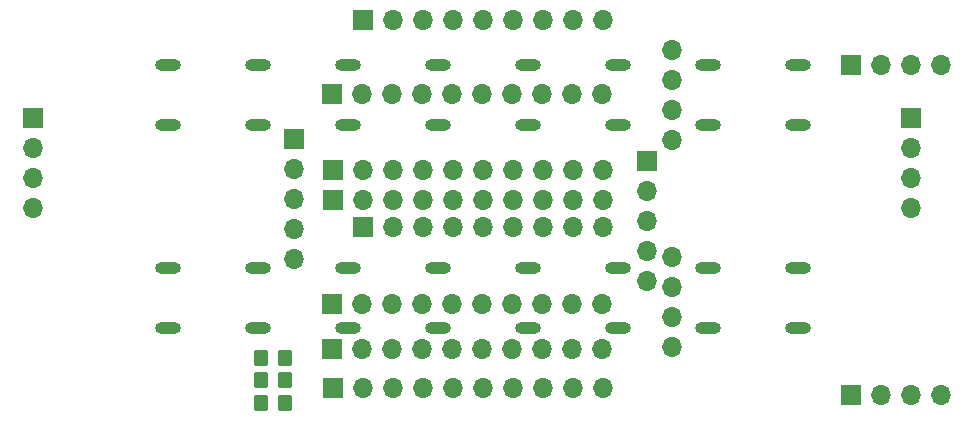
<source format=gbr>
%TF.GenerationSoftware,KiCad,Pcbnew,7.0.7*%
%TF.CreationDate,2023-10-01T14:50:05+02:00*%
%TF.ProjectId,MultiSwitch_Mcp23017_MiniSwitch,4d756c74-6953-4776-9974-63685f4d6370,1.0*%
%TF.SameCoordinates,Original*%
%TF.FileFunction,Soldermask,Top*%
%TF.FilePolarity,Negative*%
%FSLAX46Y46*%
G04 Gerber Fmt 4.6, Leading zero omitted, Abs format (unit mm)*
G04 Created by KiCad (PCBNEW 7.0.7) date 2023-10-01 14:50:05*
%MOMM*%
%LPD*%
G01*
G04 APERTURE LIST*
G04 Aperture macros list*
%AMRoundRect*
0 Rectangle with rounded corners*
0 $1 Rounding radius*
0 $2 $3 $4 $5 $6 $7 $8 $9 X,Y pos of 4 corners*
0 Add a 4 corners polygon primitive as box body*
4,1,4,$2,$3,$4,$5,$6,$7,$8,$9,$2,$3,0*
0 Add four circle primitives for the rounded corners*
1,1,$1+$1,$2,$3*
1,1,$1+$1,$4,$5*
1,1,$1+$1,$6,$7*
1,1,$1+$1,$8,$9*
0 Add four rect primitives between the rounded corners*
20,1,$1+$1,$2,$3,$4,$5,0*
20,1,$1+$1,$4,$5,$6,$7,0*
20,1,$1+$1,$6,$7,$8,$9,0*
20,1,$1+$1,$8,$9,$2,$3,0*%
G04 Aperture macros list end*
%ADD10O,2.200000X1.000000*%
%ADD11RoundRect,0.250000X0.350000X0.450000X-0.350000X0.450000X-0.350000X-0.450000X0.350000X-0.450000X0*%
%ADD12R,1.700000X1.700000*%
%ADD13O,1.700000X1.700000*%
G04 APERTURE END LIST*
D10*
%TO.C,SW13*%
X181610000Y-126365000D03*
X181610000Y-121285000D03*
%TD*%
%TO.C,SW15*%
X196850000Y-126365000D03*
X196850000Y-121285000D03*
%TD*%
D11*
%TO.C,R2*%
X161020000Y-128905000D03*
X159020000Y-128905000D03*
%TD*%
D10*
%TO.C,SW4*%
X173990000Y-104140000D03*
X173990000Y-109220000D03*
%TD*%
%TO.C,SW2*%
X158750000Y-104140000D03*
X158750000Y-109220000D03*
%TD*%
%TO.C,SW5*%
X181610000Y-104140000D03*
X181610000Y-109220000D03*
%TD*%
D11*
%TO.C,R3*%
X161020000Y-132715000D03*
X159020000Y-132715000D03*
%TD*%
D10*
%TO.C,SW10*%
X158750000Y-126365000D03*
X158750000Y-121285000D03*
%TD*%
%TO.C,SW14*%
X189230000Y-126365000D03*
X189230000Y-121285000D03*
%TD*%
%TO.C,SW3*%
X166370000Y-104140000D03*
X166370000Y-109220000D03*
%TD*%
%TO.C,SW6*%
X189230000Y-104140000D03*
X189230000Y-109220000D03*
%TD*%
%TO.C,SW1*%
X151130000Y-104140000D03*
X151130000Y-109220000D03*
%TD*%
%TO.C,SW11*%
X166370000Y-126365000D03*
X166370000Y-121285000D03*
%TD*%
%TO.C,SW16*%
X204470000Y-126365000D03*
X204470000Y-121285000D03*
%TD*%
%TO.C,SW9*%
X151130000Y-126365000D03*
X151130000Y-121285000D03*
%TD*%
%TO.C,SW7*%
X196850000Y-104140000D03*
X196850000Y-109220000D03*
%TD*%
D11*
%TO.C,R1*%
X161020000Y-130810000D03*
X159020000Y-130810000D03*
%TD*%
D10*
%TO.C,SW12*%
X173990000Y-126365000D03*
X173990000Y-121285000D03*
%TD*%
%TO.C,SW8*%
X204470000Y-104140000D03*
X204470000Y-109220000D03*
%TD*%
D12*
%TO.C,J3*%
X208915000Y-104140000D03*
D13*
X211455000Y-104140000D03*
X213995000Y-104140000D03*
X216535000Y-104140000D03*
%TD*%
D12*
%TO.C,J8*%
X164973000Y-106553000D03*
D13*
X167513000Y-106553000D03*
X170053000Y-106553000D03*
X172593000Y-106553000D03*
X175133000Y-106553000D03*
X177673000Y-106553000D03*
X180213000Y-106553000D03*
X182753000Y-106553000D03*
X185293000Y-106553000D03*
X187833000Y-106553000D03*
X187833000Y-124333000D03*
X187833000Y-128143000D03*
X185293000Y-124333000D03*
X185293000Y-128143000D03*
X182753000Y-124333000D03*
X182753000Y-128143000D03*
X180213000Y-124333000D03*
X180213000Y-128143000D03*
X177673000Y-124333000D03*
X177673000Y-128143000D03*
X175133000Y-124333000D03*
X175133000Y-128143000D03*
X172593000Y-124333000D03*
X172593000Y-128143000D03*
X170053000Y-124333000D03*
X170053000Y-128143000D03*
X167513000Y-124333000D03*
X167513000Y-128143000D03*
D12*
X164973000Y-124333000D03*
X164973000Y-128143000D03*
X161798000Y-110363000D03*
D13*
X161798000Y-112903000D03*
X191643000Y-117348000D03*
X191643000Y-114808000D03*
X161798000Y-115443000D03*
D12*
X191643000Y-112268000D03*
D13*
X161798000Y-117983000D03*
X161798000Y-120523000D03*
X191643000Y-122428000D03*
X191643000Y-119888000D03*
%TD*%
D12*
%TO.C,J1*%
X165100000Y-113030000D03*
D13*
X167640000Y-113030000D03*
X170180000Y-113030000D03*
X172720000Y-113030000D03*
X175260000Y-113030000D03*
X177800000Y-113030000D03*
X180340000Y-113030000D03*
X182880000Y-113030000D03*
X185420000Y-113030000D03*
X187960000Y-113030000D03*
X187960000Y-115570000D03*
X185420000Y-115570000D03*
X182880000Y-115570000D03*
X180340000Y-115570000D03*
X177800000Y-115570000D03*
X175260000Y-115570000D03*
X172720000Y-115570000D03*
X170180000Y-115570000D03*
X167640000Y-115570000D03*
D12*
X165100000Y-115570000D03*
X165100000Y-131445000D03*
D13*
X167640000Y-131445000D03*
X170180000Y-131445000D03*
X172720000Y-131445000D03*
X175260000Y-131445000D03*
X177800000Y-131445000D03*
X180340000Y-131445000D03*
X182880000Y-131445000D03*
X185420000Y-131445000D03*
X187960000Y-131445000D03*
%TD*%
D12*
%TO.C,J5*%
X213995000Y-108585000D03*
D13*
X213995000Y-111125000D03*
X213995000Y-113665000D03*
X213995000Y-116205000D03*
%TD*%
D12*
%TO.C,J7*%
X167640000Y-117856000D03*
D13*
X170180000Y-117856000D03*
X172720000Y-117856000D03*
X175260000Y-117856000D03*
X177800000Y-117856000D03*
X180340000Y-117856000D03*
X182880000Y-117856000D03*
X185420000Y-117856000D03*
X187960000Y-117856000D03*
X193770000Y-120396000D03*
X193770000Y-122936000D03*
X193770000Y-125476000D03*
X193770000Y-128016000D03*
%TD*%
D12*
%TO.C,J6*%
X167640000Y-100330000D03*
D13*
X170180000Y-100330000D03*
X172720000Y-100330000D03*
X175260000Y-100330000D03*
X177800000Y-100330000D03*
X180340000Y-100330000D03*
X182880000Y-100330000D03*
X185420000Y-100330000D03*
X187960000Y-100330000D03*
X193770000Y-102870000D03*
X193770000Y-105410000D03*
X193770000Y-107950000D03*
X193770000Y-110490000D03*
%TD*%
D12*
%TO.C,J4*%
X139700000Y-108585000D03*
D13*
X139700000Y-111125000D03*
X139700000Y-113665000D03*
X139700000Y-116205000D03*
%TD*%
D12*
%TO.C,J2*%
X208915000Y-132080000D03*
D13*
X211455000Y-132080000D03*
X213995000Y-132080000D03*
X216535000Y-132080000D03*
%TD*%
M02*

</source>
